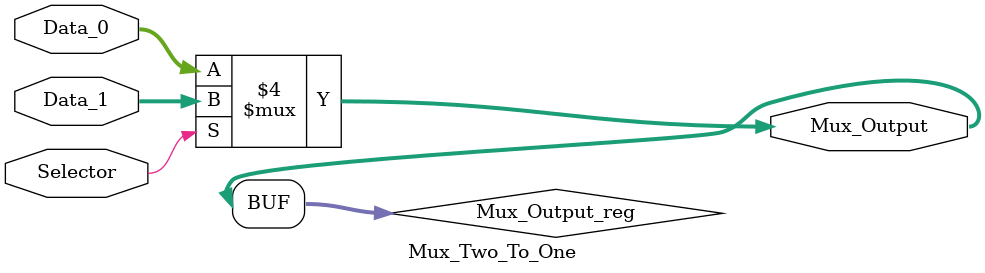
<source format=v>
/**************************************************************************************
*	Description
*		This is a 2 to 1 multiplexer that can be parameterized in it's bit-width.
*		1.0
*	Author:
*		Ing. Félix Godoy Martínez
*	Date:
*		26/06/20
***************************************************************************************/

module Mux_Two_To_One
#(
	parameter N_BITS = 8
)
(
	// Input Ports
	input Selector,
	input [N_BITS-1 : 0] Data_0,
	input [N_BITS-1 : 0] Data_1,
	
	// Output Ports
	output [N_BITS-1 : 0] Mux_Output

);

reg [N_BITS-1 : 0]Mux_Output_reg = 0;

always @(*) 
begin
    if (Selector)
		Mux_Output_reg = Data_1;
	 else
		Mux_Output_reg = Data_0;
end

assign Mux_Output = Mux_Output_reg;
endmodule





</source>
